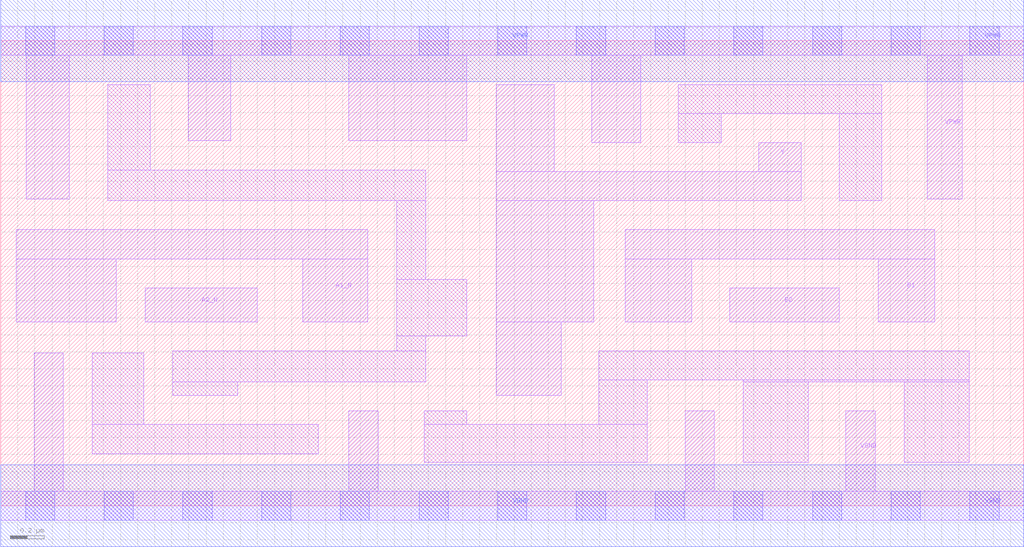
<source format=lef>
# Copyright 2020 The SkyWater PDK Authors
#
# Licensed under the Apache License, Version 2.0 (the "License");
# you may not use this file except in compliance with the License.
# You may obtain a copy of the License at
#
#     https://www.apache.org/licenses/LICENSE-2.0
#
# Unless required by applicable law or agreed to in writing, software
# distributed under the License is distributed on an "AS IS" BASIS,
# WITHOUT WARRANTIES OR CONDITIONS OF ANY KIND, either express or implied.
# See the License for the specific language governing permissions and
# limitations under the License.
#
# SPDX-License-Identifier: Apache-2.0

VERSION 5.7 ;
  NAMESCASESENSITIVE ON ;
  NOWIREEXTENSIONATPIN ON ;
  DIVIDERCHAR "/" ;
  BUSBITCHARS "[]" ;
UNITS
  DATABASE MICRONS 200 ;
END UNITS
PROPERTYDEFINITIONS
  MACRO maskLayoutSubType STRING ;
  MACRO prCellType STRING ;
  MACRO originalViewName STRING ;
END PROPERTYDEFINITIONS
MACRO sky130_fd_sc_hdll__o2bb2ai_2
  CLASS CORE ;
  FOREIGN sky130_fd_sc_hdll__o2bb2ai_2 ;
  ORIGIN  0.000000  0.000000 ;
  SIZE  5.980000 BY  2.720000 ;
  SYMMETRY X Y R90 ;
  SITE unithd ;
  PIN A1_N
    ANTENNAGATEAREA  0.555000 ;
    DIRECTION INPUT ;
    USE SIGNAL ;
    PORT
      LAYER li1 ;
        RECT 0.090000 1.075000 0.675000 1.445000 ;
        RECT 0.090000 1.445000 2.145000 1.615000 ;
        RECT 1.765000 1.075000 2.145000 1.445000 ;
    END
  END A1_N
  PIN A2_N
    ANTENNAGATEAREA  0.555000 ;
    DIRECTION INPUT ;
    USE SIGNAL ;
    PORT
      LAYER li1 ;
        RECT 0.845000 1.075000 1.500000 1.275000 ;
    END
  END A2_N
  PIN B1
    ANTENNAGATEAREA  0.555000 ;
    DIRECTION INPUT ;
    USE SIGNAL ;
    PORT
      LAYER li1 ;
        RECT 3.650000 1.075000 4.040000 1.445000 ;
        RECT 3.650000 1.445000 5.460000 1.615000 ;
        RECT 5.130000 1.075000 5.460000 1.445000 ;
    END
  END B1
  PIN B2
    ANTENNAGATEAREA  0.555000 ;
    DIRECTION INPUT ;
    USE SIGNAL ;
    PORT
      LAYER li1 ;
        RECT 4.260000 1.075000 4.900000 1.275000 ;
    END
  END B2
  PIN VGND
    ANTENNADIFFAREA  0.734500 ;
    DIRECTION INOUT ;
    USE SIGNAL ;
    PORT
      LAYER li1 ;
        RECT 0.000000 -0.085000 5.980000 0.085000 ;
        RECT 0.195000  0.085000 0.365000 0.895000 ;
        RECT 2.035000  0.085000 2.205000 0.555000 ;
        RECT 4.000000  0.085000 4.170000 0.555000 ;
        RECT 4.940000  0.085000 5.110000 0.555000 ;
      LAYER mcon ;
        RECT 0.145000 -0.085000 0.315000 0.085000 ;
        RECT 0.605000 -0.085000 0.775000 0.085000 ;
        RECT 1.065000 -0.085000 1.235000 0.085000 ;
        RECT 1.525000 -0.085000 1.695000 0.085000 ;
        RECT 1.985000 -0.085000 2.155000 0.085000 ;
        RECT 2.445000 -0.085000 2.615000 0.085000 ;
        RECT 2.905000 -0.085000 3.075000 0.085000 ;
        RECT 3.365000 -0.085000 3.535000 0.085000 ;
        RECT 3.825000 -0.085000 3.995000 0.085000 ;
        RECT 4.285000 -0.085000 4.455000 0.085000 ;
        RECT 4.745000 -0.085000 4.915000 0.085000 ;
        RECT 5.205000 -0.085000 5.375000 0.085000 ;
        RECT 5.665000 -0.085000 5.835000 0.085000 ;
      LAYER met1 ;
        RECT 0.000000 -0.240000 5.980000 0.240000 ;
    END
  END VGND
  PIN VPWR
    ANTENNADIFFAREA  1.960000 ;
    DIRECTION INOUT ;
    USE SIGNAL ;
    PORT
      LAYER li1 ;
        RECT 0.000000 2.635000 5.980000 2.805000 ;
        RECT 0.150000 1.795000 0.400000 2.635000 ;
        RECT 1.095000 2.135000 1.345000 2.635000 ;
        RECT 2.035000 2.135000 2.725000 2.635000 ;
        RECT 3.455000 2.125000 3.740000 2.635000 ;
        RECT 5.415000 1.795000 5.620000 2.635000 ;
      LAYER mcon ;
        RECT 0.145000 2.635000 0.315000 2.805000 ;
        RECT 0.605000 2.635000 0.775000 2.805000 ;
        RECT 1.065000 2.635000 1.235000 2.805000 ;
        RECT 1.525000 2.635000 1.695000 2.805000 ;
        RECT 1.985000 2.635000 2.155000 2.805000 ;
        RECT 2.445000 2.635000 2.615000 2.805000 ;
        RECT 2.905000 2.635000 3.075000 2.805000 ;
        RECT 3.365000 2.635000 3.535000 2.805000 ;
        RECT 3.825000 2.635000 3.995000 2.805000 ;
        RECT 4.285000 2.635000 4.455000 2.805000 ;
        RECT 4.745000 2.635000 4.915000 2.805000 ;
        RECT 5.205000 2.635000 5.375000 2.805000 ;
        RECT 5.665000 2.635000 5.835000 2.805000 ;
      LAYER met1 ;
        RECT 0.000000 2.480000 5.980000 2.960000 ;
    END
  END VPWR
  PIN Y
    ANTENNADIFFAREA  0.788000 ;
    DIRECTION OUTPUT ;
    USE SIGNAL ;
    PORT
      LAYER li1 ;
        RECT 2.895000 0.645000 3.275000 1.075000 ;
        RECT 2.895000 1.075000 3.465000 1.785000 ;
        RECT 2.895000 1.785000 4.680000 1.955000 ;
        RECT 2.895000 1.955000 3.235000 2.465000 ;
        RECT 4.430000 1.955000 4.680000 2.125000 ;
    END
  END Y
  OBS
    LAYER li1 ;
      RECT 0.535000 0.305000 1.855000 0.475000 ;
      RECT 0.535000 0.475000 0.835000 0.895000 ;
      RECT 0.625000 1.785000 2.485000 1.965000 ;
      RECT 0.625000 1.965000 0.875000 2.465000 ;
      RECT 1.005000 0.645000 1.385000 0.725000 ;
      RECT 1.005000 0.725000 2.485000 0.905000 ;
      RECT 2.315000 0.905000 2.485000 0.995000 ;
      RECT 2.315000 0.995000 2.725000 1.325000 ;
      RECT 2.315000 1.325000 2.485000 1.785000 ;
      RECT 2.475000 0.255000 3.780000 0.475000 ;
      RECT 2.475000 0.475000 2.725000 0.555000 ;
      RECT 3.495000 0.475000 3.780000 0.735000 ;
      RECT 3.495000 0.735000 5.660000 0.905000 ;
      RECT 3.960000 2.125000 4.210000 2.295000 ;
      RECT 3.960000 2.295000 5.150000 2.465000 ;
      RECT 4.340000 0.255000 4.720000 0.725000 ;
      RECT 4.340000 0.725000 5.660000 0.735000 ;
      RECT 4.900000 1.785000 5.150000 2.295000 ;
      RECT 5.280000 0.255000 5.660000 0.725000 ;
  END
  PROPERTY maskLayoutSubType "abstract" ;
  PROPERTY prCellType "standard" ;
  PROPERTY originalViewName "layout" ;
END sky130_fd_sc_hdll__o2bb2ai_2

</source>
